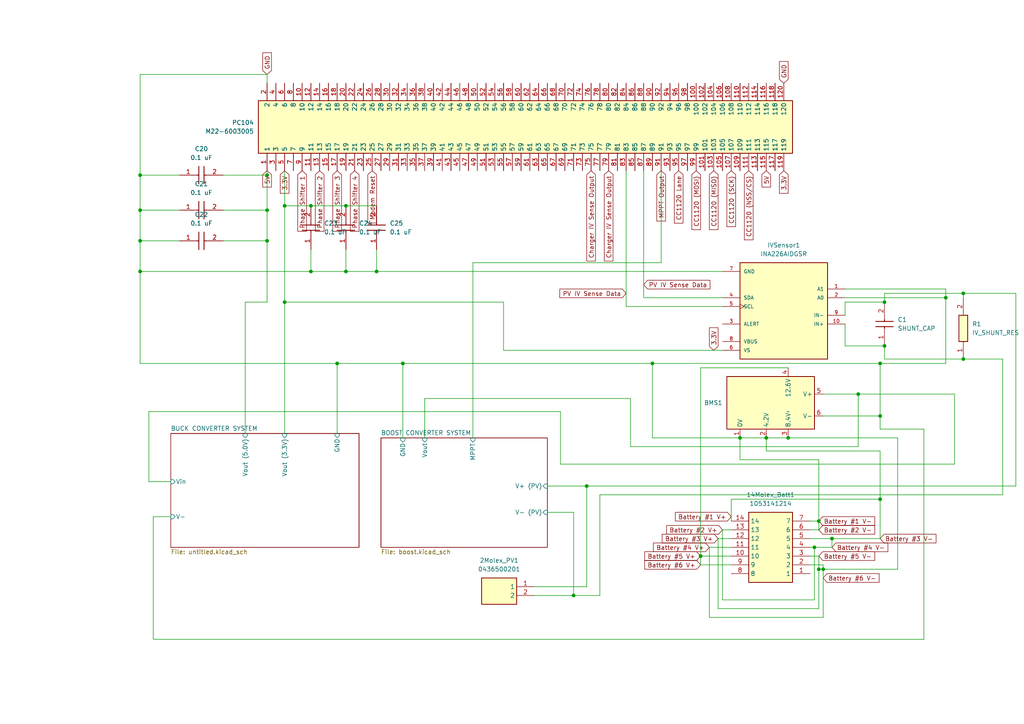
<source format=kicad_sch>
(kicad_sch (version 20230121) (generator eeschema)
  (paper "A4")
  (lib_symbols
    (symbol "pow_sys:0.1 uF" (pin_names hide)
      (property "Reference" "C" (at 8.89 6.35 0))
      (property "Value" "0.1 uF" (at 8.89 3.81 0))
      (symbol "0.1 uF_1_1"
        (polyline (pts (xy 5.08 0) (xy 5.588 0)) (stroke (width 0.254)))
        (polyline (pts (xy 5.588 2.54) (xy 5.588 -2.54)) (stroke (width 0.254)))
        (polyline (pts (xy 7.112 0) (xy 7.62 0)) (stroke (width 0.254)))
        (polyline (pts (xy 7.112 2.54) (xy 7.112 -2.54)) (stroke (width 0.254)))
        (pin passive line (at 0 0 0) (length 5.08) (name "1") (number "1"))
        (pin passive line (at 12.7 0 180) (length 5.08) (name "2") (number "2"))
      )
    )
    (symbol "pow_sys:0436500201"
      (property "Reference" "J" (at 16.51 7.62 0))
      (property "Value" "0436500201" (at 16.51 5.08 0))
      (symbol "0436500201_1_1"
        (rectangle (start 5.08 2.54) (end 15.24 -5.08) (stroke (width 0.254)) (fill (type background)))
        (pin passive line (at 0 -2.54 0) (length 5.08) (name "1") (number "1"))
        (pin passive line (at 0 0 0) (length 5.08) (name "2") (number "2"))
      )
    )
    (symbol "pow_sys:1053141214"
      (property "Reference" "J" (at 19.05 7.62 0))
      (property "Value" "1053141214" (at 19.05 5.08 0))
      (symbol "1053141214_1_1"
        (rectangle (start 5.08 2.54) (end 17.78 -17.78) (stroke (width 0.254)) (fill (type background)))
        (pin passive line (at 22.86 -15.24 180) (length 5.08) (name "1") (number "1"))
        (pin passive line (at 0 -10.16 0) (length 5.08) (name "10") (number "10"))
        (pin passive line (at 0 -7.62 0) (length 5.08) (name "11") (number "11"))
        (pin passive line (at 0 -5.08 0) (length 5.08) (name "12") (number "12"))
        (pin passive line (at 0 -2.54 0) (length 5.08) (name "13") (number "13"))
        (pin passive line (at 0 0 0) (length 5.08) (name "14") (number "14"))
        (pin passive line (at 22.86 -12.7 180) (length 5.08) (name "2") (number "2"))
        (pin passive line (at 22.86 -10.16 180) (length 5.08) (name "3") (number "3"))
        (pin passive line (at 22.86 -7.62 180) (length 5.08) (name "4") (number "4"))
        (pin passive line (at 22.86 -5.08 180) (length 5.08) (name "5") (number "5"))
        (pin passive line (at 22.86 -2.54 180) (length 5.08) (name "6") (number "6"))
        (pin passive line (at 22.86 0 180) (length 5.08) (name "7") (number "7"))
        (pin passive line (at 0 -15.24 0) (length 5.08) (name "8") (number "8"))
        (pin passive line (at 0 -12.7 0) (length 5.08) (name "9") (number "9"))
      )
    )
    (symbol "pow_sys:BMS"
      (property "Reference" "BMS" (at 0 1.27 0))
      (symbol "BMS_1_1"
        (rectangle (start -12.7 8.89) (end 12.7 -6.35) (stroke (width 0.254)) (fill (type background)))
        (pin power_in line (at -8.89 -8.89 90) (length 2.54) (name "0V") (number "1"))
        (pin power_in line (at -1.27 -8.89 90) (length 2.54) (name "4.2V") (number "2"))
        (pin power_in line (at 5.08 -8.89 90) (length 2.54) (name "8.4V") (number "3"))
        (pin power_in line (at 5.08 11.43 270) (length 2.54) (name "12.6V") (number "4"))
        (pin power_out line (at 15.24 3.81 180) (length 2.54) (name "V+") (number "5"))
        (pin power_out line (at 15.24 -2.54 180) (length 2.54) (name "V-") (number "6"))
      )
    )
    (symbol "pow_sys:INA226AIDGSR" (pin_names (offset 1.016))
      (property "Reference" "U" (at -12.7 16.002 0))
      (property "Value" "INA226AIDGSR" (at -12.7 -15.24 0))
      (property "Footprint" "Library:SOP50P490X110-10N" (at 0 0 0))
      (symbol "INA226AIDGSR_0_0"
        (rectangle (start -12.7 15.24) (end 12.7 -12.7) (stroke (width 0.254)) (fill (type background)))
        (pin input line (at -17.78 -5.08 0) (length 5.08) (name "A1") (number "1"))
        (pin input line (at -17.78 5.08 0) (length 5.08) (name "IN+") (number "10"))
        (pin input line (at -17.78 -2.54 0) (length 5.08) (name "A0") (number "2"))
        (pin output line (at 17.78 5.08 180) (length 5.08) (name "ALERT") (number "3"))
        (pin bidirectional line (at 17.78 -2.54 180) (length 5.08) (name "SDA") (number "4"))
        (pin input clock (at 17.78 0 180) (length 5.08) (name "SCL") (number "5"))
        (pin power_in line (at 17.78 12.7 180) (length 5.08) (name "VS") (number "6"))
        (pin power_in line (at 17.78 -10.16 180) (length 5.08) (name "GND") (number "7"))
        (pin power_in line (at 17.78 10.16 180) (length 5.08) (name "VBUS") (number "8"))
        (pin input line (at -17.78 2.54 0) (length 5.08) (name "IN-") (number "9"))
      )
    )
    (symbol "pow_sys:IV_SHUNT_RES" (pin_names hide)
      (property "Reference" "R" (at 13.97 6.35 0))
      (property "Value" "IV_SHUNT_RES" (at 13.97 3.81 0))
      (symbol "IV_SHUNT_RES_1_1"
        (rectangle (start 5.08 1.27) (end 12.7 -1.27) (stroke (width 0.254)) (fill (type background)))
        (pin passive line (at 0 0 0) (length 5.08) (name "1") (number "1"))
        (pin passive line (at 17.78 0 180) (length 5.08) (name "2") (number "2"))
      )
    )
    (symbol "pow_sys:M22-6003005"
      (property "Reference" "J" (at 21.59 7.62 0))
      (property "Value" "M22-6003005" (at 21.59 5.08 0))
      (symbol "M22-6003005_1_1"
        (rectangle (start 5.08 2.54) (end 20.32 -152.4) (stroke (width 0.254)) (fill (type background)))
        (pin passive line (at 0 0 0) (length 5.08) (name "1") (number "1"))
        (pin passive line (at 25.4 -10.16 180) (length 5.08) (name "10") (number "10"))
        (pin passive line (at 25.4 -124.46 180) (length 5.08) (name "100") (number "100"))
        (pin passive line (at 0 -127 0) (length 5.08) (name "101") (number "101"))
        (pin passive line (at 25.4 -127 180) (length 5.08) (name "102") (number "102"))
        (pin passive line (at 0 -129.54 0) (length 5.08) (name "103") (number "103"))
        (pin passive line (at 25.4 -129.54 180) (length 5.08) (name "104") (number "104"))
        (pin passive line (at 0 -132.08 0) (length 5.08) (name "105") (number "105"))
        (pin passive line (at 25.4 -132.08 180) (length 5.08) (name "106") (number "106"))
        (pin passive line (at 0 -134.62 0) (length 5.08) (name "107") (number "107"))
        (pin passive line (at 25.4 -134.62 180) (length 5.08) (name "108") (number "108"))
        (pin passive line (at 0 -137.16 0) (length 5.08) (name "109") (number "109"))
        (pin passive line (at 0 -12.7 0) (length 5.08) (name "11") (number "11"))
        (pin passive line (at 25.4 -137.16 180) (length 5.08) (name "110") (number "110"))
        (pin passive line (at 0 -139.7 0) (length 5.08) (name "111") (number "111"))
        (pin passive line (at 25.4 -139.7 180) (length 5.08) (name "112") (number "112"))
        (pin passive line (at 0 -142.24 0) (length 5.08) (name "113") (number "113"))
        (pin passive line (at 25.4 -142.24 180) (length 5.08) (name "114") (number "114"))
        (pin passive line (at 0 -144.78 0) (length 5.08) (name "115") (number "115"))
        (pin passive line (at 25.4 -144.78 180) (length 5.08) (name "116") (number "116"))
        (pin passive line (at 0 -147.32 0) (length 5.08) (name "117") (number "117"))
        (pin passive line (at 25.4 -147.32 180) (length 5.08) (name "118") (number "118"))
        (pin passive line (at 0 -149.86 0) (length 5.08) (name "119") (number "119"))
        (pin passive line (at 25.4 -12.7 180) (length 5.08) (name "12") (number "12"))
        (pin passive line (at 25.4 -149.86 180) (length 5.08) (name "120") (number "120"))
        (pin passive line (at 0 -15.24 0) (length 5.08) (name "13") (number "13"))
        (pin passive line (at 25.4 -15.24 180) (length 5.08) (name "14") (number "14"))
        (pin passive line (at 0 -17.78 0) (length 5.08) (name "15") (number "15"))
        (pin passive line (at 25.4 -17.78 180) (length 5.08) (name "16") (number "16"))
        (pin passive line (at 0 -20.32 0) (length 5.08) (name "17") (number "17"))
        (pin passive line (at 25.4 -20.32 180) (length 5.08) (name "18") (number "18"))
        (pin passive line (at 0 -22.86 0) (length 5.08) (name "19") (number "19"))
        (pin passive line (at 25.4 0 180) (length 5.08) (name "2") (number "2"))
        (pin passive line (at 25.4 -22.86 180) (length 5.08) (name "20") (number "20"))
        (pin passive line (at 0 -25.4 0) (length 5.08) (name "21") (number "21"))
        (pin passive line (at 25.4 -25.4 180) (length 5.08) (name "22") (number "22"))
        (pin passive line (at 0 -27.94 0) (length 5.08) (name "23") (number "23"))
        (pin passive line (at 25.4 -27.94 180) (length 5.08) (name "24") (number "24"))
        (pin passive line (at 0 -30.48 0) (length 5.08) (name "25") (number "25"))
        (pin passive line (at 25.4 -30.48 180) (length 5.08) (name "26") (number "26"))
        (pin passive line (at 0 -33.02 0) (length 5.08) (name "27") (number "27"))
        (pin passive line (at 25.4 -33.02 180) (length 5.08) (name "28") (number "28"))
        (pin passive line (at 0 -35.56 0) (length 5.08) (name "29") (number "29"))
        (pin passive line (at 0 -2.54 0) (length 5.08) (name "3") (number "3"))
        (pin passive line (at 25.4 -35.56 180) (length 5.08) (name "30") (number "30"))
        (pin passive line (at 0 -38.1 0) (length 5.08) (name "31") (number "31"))
        (pin passive line (at 25.4 -38.1 180) (length 5.08) (name "32") (number "32"))
        (pin passive line (at 0 -40.64 0) (length 5.08) (name "33") (number "33"))
        (pin passive line (at 25.4 -40.64 180) (length 5.08) (name "34") (number "34"))
        (pin passive line (at 0 -43.18 0) (length 5.08) (name "35") (number "35"))
        (pin passive line (at 25.4 -43.18 180) (length 5.08) (name "36") (number "36"))
        (pin passive line (at 0 -45.72 0) (length 5.08) (name "37") (number "37"))
        (pin passive line (at 25.4 -45.72 180) (length 5.08) (name "38") (number "38"))
        (pin passive line (at 0 -48.26 0) (length 5.08) (name "39") (number "39"))
        (pin passive line (at 25.4 -2.54 180) (length 5.08) (name "4") (number "4"))
        (pin passive line (at 25.4 -48.26 180) (length 5.08) (name "40") (number "40"))
        (pin passive line (at 0 -50.8 0) (length 5.08) (name "41") (number "41"))
        (pin passive line (at 25.4 -50.8 180) (length 5.08) (name "42") (number "42"))
        (pin passive line (at 0 -53.34 0) (length 5.08) (name "43") (number "43"))
        (pin passive line (at 25.4 -53.34 180) (length 5.08) (name "44") (number "44"))
        (pin passive line (at 0 -55.88 0) (length 5.08) (name "45") (number "45"))
        (pin passive line (at 25.4 -55.88 180) (length 5.08) (name "46") (number "46"))
        (pin passive line (at 0 -58.42 0) (length 5.08) (name "47") (number "47"))
        (pin passive line (at 25.4 -58.42 180) (length 5.08) (name "48") (number "48"))
        (pin passive line (at 0 -60.96 0) (length 5.08) (name "49") (number "49"))
        (pin passive line (at 0 -5.08 0) (length 5.08) (name "5") (number "5"))
        (pin passive line (at 25.4 -60.96 180) (length 5.08) (name "50") (number "50"))
        (pin passive line (at 0 -63.5 0) (length 5.08) (name "51") (number "51"))
        (pin passive line (at 25.4 -63.5 180) (length 5.08) (name "52") (number "52"))
        (pin passive line (at 0 -66.04 0) (length 5.08) (name "53") (number "53"))
        (pin passive line (at 25.4 -66.04 180) (length 5.08) (name "54") (number "54"))
        (pin passive line (at 0 -68.58 0) (length 5.08) (name "55") (number "55"))
        (pin passive line (at 25.4 -68.58 180) (length 5.08) (name "56") (number "56"))
        (pin passive line (at 0 -71.12 0) (length 5.08) (name "57") (number "57"))
        (pin passive line (at 25.4 -71.12 180) (length 5.08) (name "58") (number "58"))
        (pin passive line (at 0 -73.66 0) (length 5.08) (name "59") (number "59"))
        (pin passive line (at 25.4 -5.08 180) (length 5.08) (name "6") (number "6"))
        (pin passive line (at 25.4 -73.66 180) (length 5.08) (name "60") (number "60"))
        (pin passive line (at 0 -76.2 0) (length 5.08) (name "61") (number "61"))
        (pin passive line (at 25.4 -76.2 180) (length 5.08) (name "62") (number "62"))
        (pin passive line (at 0 -78.74 0) (length 5.08) (name "63") (number "63"))
        (pin passive line (at 25.4 -78.74 180) (length 5.08) (name "64") (number "64"))
        (pin passive line (at 0 -81.28 0) (length 5.08) (name "65") (number "65"))
        (pin passive line (at 25.4 -81.28 180) (length 5.08) (name "66") (number "66"))
        (pin passive line (at 0 -83.82 0) (length 5.08) (name "67") (number "67"))
        (pin passive line (at 25.4 -83.82 180) (length 5.08) (name "68") (number "68"))
        (pin passive line (at 0 -86.36 0) (length 5.08) (name "69") (number "69"))
        (pin passive line (at 0 -7.62 0) (length 5.08) (name "7") (number "7"))
        (pin passive line (at 25.4 -86.36 180) (length 5.08) (name "70") (number "70"))
        (pin passive line (at 0 -88.9 0) (length 5.08) (name "71") (number "71"))
        (pin passive line (at 25.4 -88.9 180) (length 5.08) (name "72") (number "72"))
        (pin passive line (at 0 -91.44 0) (length 5.08) (name "73") (number "73"))
        (pin passive line (at 25.4 -91.44 180) (length 5.08) (name "74") (number "74"))
        (pin passive line (at 0 -93.98 0) (length 5.08) (name "75") (number "75"))
        (pin passive line (at 25.4 -93.98 180) (length 5.08) (name "76") (number "76"))
        (pin passive line (at 0 -96.52 0) (length 5.08) (name "77") (number "77"))
        (pin passive line (at 25.4 -96.52 180) (length 5.08) (name "78") (number "78"))
        (pin passive line (at 0 -99.06 0) (length 5.08) (name "79") (number "79"))
        (pin passive line (at 25.4 -7.62 180) (length 5.08) (name "8") (number "8"))
        (pin passive line (at 25.4 -99.06 180) (length 5.08) (name "80") (number "80"))
        (pin passive line (at 0 -101.6 0) (length 5.08) (name "81") (number "81"))
        (pin passive line (at 25.4 -101.6 180) (length 5.08) (name "82") (number "82"))
        (pin passive line (at 0 -104.14 0) (length 5.08) (name "83") (number "83"))
        (pin passive line (at 25.4 -104.14 180) (length 5.08) (name "84") (number "84"))
        (pin passive line (at 0 -106.68 0) (length 5.08) (name "85") (number "85"))
        (pin passive line (at 25.4 -106.68 180) (length 5.08) (name "86") (number "86"))
        (pin passive line (at 0 -109.22 0) (length 5.08) (name "87") (number "87"))
        (pin passive line (at 25.4 -109.22 180) (length 5.08) (name "88") (number "88"))
        (pin passive line (at 0 -111.76 0) (length 5.08) (name "89") (number "89"))
        (pin passive line (at 0 -10.16 0) (length 5.08) (name "9") (number "9"))
        (pin passive line (at 25.4 -111.76 180) (length 5.08) (name "90") (number "90"))
        (pin passive line (at 0 -114.3 0) (length 5.08) (name "91") (number "91"))
        (pin passive line (at 25.4 -114.3 180) (length 5.08) (name "92") (number "92"))
        (pin passive line (at 0 -116.84 0) (length 5.08) (name "93") (number "93"))
        (pin passive line (at 25.4 -116.84 180) (length 5.08) (name "94") (number "94"))
        (pin passive line (at 0 -119.38 0) (length 5.08) (name "95") (number "95"))
        (pin passive line (at 25.4 -119.38 180) (length 5.08) (name "96") (number "96"))
        (pin passive line (at 0 -121.92 0) (length 5.08) (name "97") (number "97"))
        (pin passive line (at 25.4 -121.92 180) (length 5.08) (name "98") (number "98"))
        (pin passive line (at 0 -124.46 0) (length 5.08) (name "99") (number "99"))
      )
    )
    (symbol "pow_sys:SHUNT_CAP" (pin_names hide)
      (property "Reference" "C" (at 8.89 6.35 0))
      (property "Value" "SHUNT_CAP" (at 8.89 3.81 0))
      (symbol "SHUNT_CAP_1_1"
        (polyline (pts (xy 5.08 0) (xy 5.588 0)) (stroke (width 0.254)))
        (polyline (pts (xy 5.588 2.54) (xy 5.588 -2.54)) (stroke (width 0.254)))
        (polyline (pts (xy 7.112 0) (xy 7.62 0)) (stroke (width 0.254)))
        (polyline (pts (xy 7.112 2.54) (xy 7.112 -2.54)) (stroke (width 0.254)))
        (pin passive line (at 0 0 0) (length 5.08) (name "1") (number "1"))
        (pin passive line (at 12.7 0 180) (length 5.08) (name "2") (number "2"))
      )
    )
  )
  (junction (at 40.64 69.85))
  (junction (at 255.27 120.65))
  (junction (at 248.92 114.3))
  (junction (at 170.18 140.97))
  (junction (at 214.63 127))
  (junction (at 100.33 78.74))
  (junction (at 166.37 172.72))
  (junction (at 77.47 50.8))
  (junction (at 109.22 78.74))
  (junction (at 255.27 105.41))
  (junction (at 90.17 78.74))
  (junction (at 116.84 105.41))
  (junction (at 82.55 59.69))
  (junction (at 256.54 87.63))
  (junction (at 279.4 85.09))
  (junction (at 97.79 105.41))
  (junction (at 82.55 87.63))
  (junction (at 40.64 60.96))
  (junction (at 40.64 78.74))
  (junction (at 90.17 59.69))
  (junction (at 40.64 50.8))
  (junction (at 228.6 127))
  (junction (at 238.76 165.1))
  (junction (at 279.4 104.14))
  (junction (at 236.22 158.75))
  (junction (at 256.54 100.33))
  (junction (at 77.47 69.85))
  (junction (at 222.25 127))
  (junction (at 241.3 156.21))
  (junction (at 255.27 144.78))
  (junction (at 274.32 86.36))
  (junction (at 237.49 151.13))
  (junction (at 237.49 165.1))
  (junction (at 203.2 161.29))
  (junction (at 100.33 59.69))
  (junction (at 189.23 105.41))
  (junction (at 77.47 60.96))
  (wire (pts (xy 255.27 144.78) (xy 255.27 156.21)))
  (wire (pts (xy 209.55 153.67) (xy 212.09 153.67)))
  (wire (pts (xy 267.97 124.46) (xy 267.97 185.42)))
  (wire (pts (xy 212.09 144.78) (xy 212.09 151.13)))
  (wire (pts (xy 255.27 124.46) (xy 267.97 124.46)))
  (wire (pts (xy 44.45 185.42) (xy 44.45 149.86)))
  (wire (pts (xy 237.49 133.35) (xy 237.49 151.13)))
  (wire (pts (xy 274.32 83.82) (xy 274.32 86.36)))
  (wire (pts (xy 248.92 114.3) (xy 276.86 114.3)))
  (wire (pts (xy 64.77 60.96) (xy 77.47 60.96)))
  (wire (pts (xy 245.11 87.63) (xy 245.11 91.44)))
  (wire (pts (xy 236.22 158.75) (xy 234.95 158.75)))
  (wire (pts (xy 71.12 87.63) (xy 77.47 87.63)))
  (wire (pts (xy 77.47 50.8) (xy 77.47 49.53)))
  (wire (pts (xy 256.54 104.14) (xy 256.54 100.33)))
  (wire (pts (xy 77.47 24.13) (xy 77.47 21.59)))
  (wire (pts (xy 222.25 130.81) (xy 222.25 127)))
  (wire (pts (xy 40.64 60.96) (xy 40.64 69.85)))
  (wire (pts (xy 40.64 60.96) (xy 52.07 60.96)))
  (wire (pts (xy 279.4 104.14) (xy 290.83 104.14)))
  (wire (pts (xy 290.83 143.51) (xy 173.99 143.51)))
  (wire (pts (xy 40.64 21.59) (xy 40.64 50.8)))
  (wire (pts (xy 186.69 86.36) (xy 186.69 49.53)))
  (wire (pts (xy 189.23 105.41) (xy 255.27 105.41)))
  (wire (pts (xy 255.27 144.78) (xy 255.27 130.81)))
  (wire (pts (xy 170.18 140.97) (xy 294.64 140.97)))
  (wire (pts (xy 237.49 165.1) (xy 238.76 165.1)))
  (wire (pts (xy 203.2 163.83) (xy 212.09 163.83)))
  (wire (pts (xy 241.3 156.21) (xy 255.27 156.21)))
  (wire (pts (xy 116.84 105.41) (xy 189.23 105.41)))
  (wire (pts (xy 64.77 50.8) (xy 77.47 50.8)))
  (wire (pts (xy 279.4 86.36) (xy 279.4 85.09)))
  (wire (pts (xy 182.88 129.54) (xy 248.92 129.54)))
  (wire (pts (xy 40.64 78.74) (xy 90.17 78.74)))
  (wire (pts (xy 181.61 88.9) (xy 181.61 49.53)))
  (wire (pts (xy 245.11 83.82) (xy 274.32 83.82)))
  (wire (pts (xy 238.76 163.83) (xy 238.76 165.1)))
  (wire (pts (xy 154.94 170.18) (xy 170.18 170.18)))
  (wire (pts (xy 44.45 149.86) (xy 49.53 149.86)))
  (wire (pts (xy 116.84 105.41) (xy 116.84 127)))
  (wire (pts (xy 40.64 105.41) (xy 40.64 78.74)))
  (wire (pts (xy 260.35 165.1) (xy 260.35 127)))
  (wire (pts (xy 182.88 115.57) (xy 182.88 129.54)))
  (wire (pts (xy 279.4 85.09) (xy 256.54 85.09)))
  (wire (pts (xy 228.6 127) (xy 260.35 127)))
  (wire (pts (xy 267.97 185.42) (xy 44.45 185.42)))
  (wire (pts (xy 82.55 59.69) (xy 90.17 59.69)))
  (wire (pts (xy 77.47 21.59) (xy 40.64 21.59)))
  (wire (pts (xy 234.95 153.67) (xy 237.49 153.67)))
  (wire (pts (xy 234.95 151.13) (xy 237.49 151.13)))
  (wire (pts (xy 123.19 127) (xy 123.19 115.57)))
  (wire (pts (xy 248.92 129.54) (xy 248.92 114.3)))
  (wire (pts (xy 245.11 93.98) (xy 245.11 100.33)))
  (wire (pts (xy 90.17 78.74) (xy 100.33 78.74)))
  (wire (pts (xy 64.77 69.85) (xy 77.47 69.85)))
  (wire (pts (xy 158.75 148.59) (xy 166.37 148.59)))
  (wire (pts (xy 109.22 72.39) (xy 109.22 78.74)))
  (wire (pts (xy 166.37 148.59) (xy 166.37 172.72)))
  (wire (pts (xy 137.16 127) (xy 137.16 76.2)))
  (wire (pts (xy 290.83 104.14) (xy 290.83 143.51)))
  (wire (pts (xy 274.32 86.36) (xy 274.32 105.41)))
  (wire (pts (xy 276.86 114.3) (xy 276.86 134.62)))
  (wire (pts (xy 90.17 72.39) (xy 90.17 78.74)))
  (wire (pts (xy 238.76 120.65) (xy 255.27 120.65)))
  (wire (pts (xy 43.18 119.38) (xy 43.18 139.7)))
  (wire (pts (xy 173.99 172.72) (xy 166.37 172.72)))
  (wire (pts (xy 237.49 133.35) (xy 214.63 133.35)))
  (wire (pts (xy 162.56 134.62) (xy 162.56 119.38)))
  (wire (pts (xy 209.55 88.9) (xy 181.61 88.9)))
  (wire (pts (xy 123.19 115.57) (xy 182.88 115.57)))
  (wire (pts (xy 209.55 173.99) (xy 236.22 173.99)))
  (wire (pts (xy 255.27 130.81) (xy 222.25 130.81)))
  (wire (pts (xy 146.05 101.6) (xy 146.05 87.63)))
  (wire (pts (xy 203.2 161.29) (xy 203.2 106.68)))
  (wire (pts (xy 255.27 105.41) (xy 274.32 105.41)))
  (wire (pts (xy 71.12 125.73) (xy 71.12 87.63)))
  (wire (pts (xy 238.76 163.83) (xy 234.95 163.83)))
  (wire (pts (xy 241.3 158.75) (xy 236.22 158.75)))
  (wire (pts (xy 191.77 76.2) (xy 191.77 49.53)))
  (wire (pts (xy 238.76 165.1) (xy 260.35 165.1)))
  (wire (pts (xy 173.99 143.51) (xy 173.99 172.72)))
  (wire (pts (xy 237.49 165.1) (xy 237.49 176.53)))
  (wire (pts (xy 236.22 158.75) (xy 236.22 173.99)))
  (wire (pts (xy 255.27 144.78) (xy 212.09 144.78)))
  (wire (pts (xy 294.64 140.97) (xy 294.64 85.09)))
  (wire (pts (xy 100.33 78.74) (xy 109.22 78.74)))
  (wire (pts (xy 294.64 85.09) (xy 279.4 85.09)))
  (wire (pts (xy 245.11 87.63) (xy 256.54 87.63)))
  (wire (pts (xy 100.33 59.69) (xy 109.22 59.69)))
  (wire (pts (xy 255.27 120.65) (xy 255.27 124.46)))
  (wire (pts (xy 203.2 161.29) (xy 203.2 163.83)))
  (wire (pts (xy 209.55 153.67) (xy 209.55 173.99)))
  (wire (pts (xy 40.64 50.8) (xy 52.07 50.8)))
  (wire (pts (xy 245.11 100.33) (xy 256.54 100.33)))
  (wire (pts (xy 212.09 156.21) (xy 208.28 156.21)))
  (wire (pts (xy 82.55 87.63) (xy 82.55 59.69)))
  (wire (pts (xy 214.63 133.35) (xy 214.63 127)))
  (wire (pts (xy 205.74 179.07) (xy 238.76 179.07)))
  (wire (pts (xy 248.92 114.3) (xy 238.76 114.3)))
  (wire (pts (xy 279.4 104.14) (xy 256.54 104.14)))
  (wire (pts (xy 212.09 158.75) (xy 205.74 158.75)))
  (wire (pts (xy 77.47 60.96) (xy 77.47 50.8)))
  (wire (pts (xy 166.37 172.72) (xy 154.94 172.72)))
  (wire (pts (xy 109.22 78.74) (xy 209.55 78.74)))
  (wire (pts (xy 238.76 165.1) (xy 238.76 179.07)))
  (wire (pts (xy 146.05 101.6) (xy 209.55 101.6)))
  (wire (pts (xy 82.55 59.69) (xy 82.55 49.53)))
  (wire (pts (xy 255.27 120.65) (xy 255.27 105.41)))
  (wire (pts (xy 97.79 105.41) (xy 40.64 105.41)))
  (wire (pts (xy 203.2 106.68) (xy 228.6 106.68)))
  (wire (pts (xy 100.33 72.39) (xy 100.33 78.74)))
  (wire (pts (xy 40.64 69.85) (xy 40.64 78.74)))
  (wire (pts (xy 237.49 153.67) (xy 237.49 151.13)))
  (wire (pts (xy 203.2 161.29) (xy 212.09 161.29)))
  (wire (pts (xy 77.47 87.63) (xy 77.47 69.85)))
  (wire (pts (xy 256.54 85.09) (xy 256.54 87.63)))
  (wire (pts (xy 189.23 127) (xy 189.23 105.41)))
  (wire (pts (xy 209.55 86.36) (xy 186.69 86.36)))
  (wire (pts (xy 43.18 139.7) (xy 49.53 139.7)))
  (wire (pts (xy 97.79 105.41) (xy 116.84 105.41)))
  (wire (pts (xy 237.49 161.29) (xy 237.49 165.1)))
  (wire (pts (xy 234.95 156.21) (xy 241.3 156.21)))
  (wire (pts (xy 241.3 156.21) (xy 241.3 158.75)))
  (wire (pts (xy 237.49 161.29) (xy 234.95 161.29)))
  (wire (pts (xy 146.05 87.63) (xy 82.55 87.63)))
  (wire (pts (xy 97.79 105.41) (xy 97.79 125.73)))
  (wire (pts (xy 40.64 50.8) (xy 40.64 60.96)))
  (wire (pts (xy 205.74 158.75) (xy 205.74 179.07)))
  (wire (pts (xy 137.16 76.2) (xy 191.77 76.2)))
  (wire (pts (xy 208.28 176.53) (xy 237.49 176.53)))
  (wire (pts (xy 170.18 140.97) (xy 158.75 140.97)))
  (wire (pts (xy 52.07 69.85) (xy 40.64 69.85)))
  (wire (pts (xy 214.63 127) (xy 189.23 127)))
  (wire (pts (xy 170.18 170.18) (xy 170.18 140.97)))
  (wire (pts (xy 208.28 156.21) (xy 208.28 176.53)))
  (wire (pts (xy 276.86 134.62) (xy 162.56 134.62)))
  (wire (pts (xy 77.47 69.85) (xy 77.47 60.96)))
  (wire (pts (xy 90.17 59.69) (xy 100.33 59.69)))
  (wire (pts (xy 222.25 127) (xy 214.63 127)))
  (wire (pts (xy 245.11 86.36) (xy 274.32 86.36)))
  (wire (pts (xy 162.56 119.38) (xy 43.18 119.38)))
  (wire (pts (xy 82.55 87.63) (xy 82.55 125.73)))
  (wire (pts (xy 228.6 127) (xy 222.25 127)))
  (global_label "Battery #4 V+" (shape input) (at 205.74 158.75 180) (property "Intersheetrefs" "${INTERSHEET_REFS}" (effects hide)))
  (global_label "Battery #6 V-" (shape input) (at 238.76 167.64 0) (property "Intersheetrefs" "${INTERSHEET_REFS}" (effects hide)))
  (global_label "3.3V" (shape input) (at 227.33 49.53 270) (property "Intersheetrefs" "${INTERSHEET_REFS}" (effects hide)))
  (global_label "Battery #5 V+" (shape input) (at 203.2 161.29 180) (property "Intersheetrefs" "${INTERSHEET_REFS}" (effects hide)))
  (global_label "5V" (shape input) (at 222.25 49.53 270) (property "Intersheetrefs" "${INTERSHEET_REFS}" (effects hide)))
  (global_label "Battery #1 V-" (shape input) (at 237.49 151.13 0) (property "Intersheetrefs" "${INTERSHEET_REFS}" (effects hide)))
  (global_label "CC1120 (SCK)" (shape input) (at 212.09 49.53 270) (property "Intersheetrefs" "${INTERSHEET_REFS}" (effects hide)))
  (global_label "GND" (shape input) (at 227.33 24.13 90) (property "Intersheetrefs" "${INTERSHEET_REFS}" (effects hide)))
  (global_label "GND" (shape input) (at 77.47 21.59 90) (property "Intersheetrefs" "${INTERSHEET_REFS}" (effects hide)))
  (global_label "Battery #2 V-" (shape input) (at 237.49 153.67 0) (property "Intersheetrefs" "${INTERSHEET_REFS}" (effects hide)))
  (global_label "3.3V" (shape input) (at 82.55 49.53 270) (property "Intersheetrefs" "${INTERSHEET_REFS}" (effects hide)))
  (global_label "Battery #2 V+" (shape input) (at 209.55 153.67 180) (property "Intersheetrefs" "${INTERSHEET_REFS}" (effects hide)))
  (global_label "Phase Shifter 3" (shape input) (at 97.79 49.53 270) (property "Intersheetrefs" "${INTERSHEET_REFS}" (effects hide)))
  (global_label "Charger IV Sense Output" (shape input) (at 171.45 49.53 270) (property "Intersheetrefs" "${INTERSHEET_REFS}" (effects hide)))
  (global_label "Battery #5 V-" (shape input) (at 237.49 161.29 0) (property "Intersheetrefs" "${INTERSHEET_REFS}" (effects hide)))
  (global_label "PV IV Sense Data" (shape input) (at 186.69 82.55 0) (property "Intersheetrefs" "${INTERSHEET_REFS}" (effects hide)))
  (global_label "Charger IV Sense Output" (shape input) (at 176.53 49.53 270) (property "Intersheetrefs" "${INTERSHEET_REFS}" (effects hide)))
  (global_label "CC1120 Lane" (shape input) (at 196.85 49.53 270) (property "Intersheetrefs" "${INTERSHEET_REFS}" (effects hide)))
  (global_label "CC1120 (NSS{slash}CS)" (shape input) (at 217.17 49.53 270) (property "Intersheetrefs" "${INTERSHEET_REFS}" (effects hide)))
  (global_label "CC1120 (MISO)" (shape input) (at 207.01 49.53 270) (property "Intersheetrefs" "${INTERSHEET_REFS}" (effects hide)))
  (global_label "CC1120 (MOSI)" (shape input) (at 201.93 49.53 270) (property "Intersheetrefs" "${INTERSHEET_REFS}" (effects hide)))
  (global_label "Phase Shifter 2" (shape input) (at 92.71 49.53 270) (property "Intersheetrefs" "${INTERSHEET_REFS}" (effects hide)))
  (global_label "Modem Reset" (shape input) (at 107.95 49.53 270) (property "Intersheetrefs" "${INTERSHEET_REFS}" (effects hide)))
  (global_label "Battery #1 V+" (shape input) (at 212.09 149.86 180) (property "Intersheetrefs" "${INTERSHEET_REFS}" (effects hide)))
  (global_label "Battery #6 V+" (shape input) (at 203.2 163.83 180) (property "Intersheetrefs" "${INTERSHEET_REFS}" (effects hide)))
  (global_label "Battery #3 V-" (shape input) (at 255.27 156.21 0) (property "Intersheetrefs" "${INTERSHEET_REFS}" (effects hide)))
  (global_label "Phase Shifter 1" (shape input) (at 87.63 49.53 270) (property "Intersheetrefs" "${INTERSHEET_REFS}" (effects hide)))
  (global_label "Battery #4 V-" (shape input) (at 241.3 158.75 0) (property "Intersheetrefs" "${INTERSHEET_REFS}" (effects hide)))
  (global_label "Battery #3 V+" (shape input) (at 208.28 156.21 180) (property "Intersheetrefs" "${INTERSHEET_REFS}" (effects hide)))
  (global_label "PV IV Sense Data" (shape input) (at 181.61 85.09 180) (property "Intersheetrefs" "${INTERSHEET_REFS}" (effects hide)))
  (global_label "3.3V" (shape input) (at 207.01 101.6 90) (property "Intersheetrefs" "${INTERSHEET_REFS}" (effects hide)))
  (global_label "Phase Shifter 4" (shape input) (at 102.87 49.53 270) (property "Intersheetrefs" "${INTERSHEET_REFS}" (effects hide)))
  (global_label "MPPT Output" (shape input) (at 191.77 49.53 270) (property "Intersheetrefs" "${INTERSHEET_REFS}" (effects hide)))
  (global_label "5V" (shape input) (at 77.47 49.53 270) (property "Intersheetrefs" "${INTERSHEET_REFS}" (effects hide)))
  (symbol (lib_id "pow_sys:0.1 uF") (at 100.33 72.39 90) (unit 1)
    (property "Reference" "C24" (at 104.14 64.77 90) (effects (justify right)))
    (property "Value" "0.1 uF" (at 104.14 67.31 90) (effects (justify right)))
    (property "Footprint" "pow_sys_footprint:0.1 uF" (effects hide))
    (property "Datasheet" "https://connect.kemet.com:7667/gateway/IntelliData-ComponentDocumentation/1.0/download/specsheet/C0603C104K1RACAUTO" (effects hide))
    (property "Height" "0.95" (effects hide))
    (property "Manufacturer_Name" "KEMET" (effects hide))
    (property "Manufacturer_Part_Number" "C0603C104K1RACAUTO" (effects hide))
    (property "Mouser Part Number" "80-C0603C104K1RAUTO" (effects hide))
    (property "Mouser Price/Stock" "https://www.mouser.co.uk/ProductDetail/KEMET/C0603C104K1RACAUTO?qs=3Rah4i%252BhyCGTQ5uPNXtfZA%3D%3D" (effects hide))
    (property "Arrow Part Number" "C0603C104K1RACAUTO" (effects hide))
    (property "Arrow Price/Stock" "https://www.arrow.com/en/products/c0603c104k1racauto/kemet-corporation?region=europe" (effects hide))
  )
  (symbol (lib_id "pow_sys:0.1 uF") (at 52.07 60.96 0) (unit 1)
    (property "Reference" "C21" (at 58.42 53.34 0))
    (property "Value" "0.1 uF" (at 58.42 55.88 0))
    (property "Footprint" "pow_sys_footprint:0.1 uF" (effects hide))
    (property "Datasheet" "https://connect.kemet.com:7667/gateway/IntelliData-ComponentDocumentation/1.0/download/specsheet/C0603C104K1RACAUTO" (effects hide))
    (property "Height" "0.95" (effects hide))
    (property "Manufacturer_Name" "KEMET" (effects hide))
    (property "Manufacturer_Part_Number" "C0603C104K1RACAUTO" (effects hide))
    (property "Mouser Part Number" "80-C0603C104K1RAUTO" (effects hide))
    (property "Mouser Price/Stock" "https://www.mouser.co.uk/ProductDetail/KEMET/C0603C104K1RACAUTO?qs=3Rah4i%252BhyCGTQ5uPNXtfZA%3D%3D" (effects hide))
    (property "Arrow Part Number" "C0603C104K1RACAUTO" (effects hide))
    (property "Arrow Price/Stock" "https://www.arrow.com/en/products/c0603c104k1racauto/kemet-corporation?region=europe" (effects hide))
  )
  (symbol (lib_id "pow_sys:0.1 uF") (at 52.07 69.85 0) (unit 1)
    (property "Reference" "C22" (at 58.42 62.23 0))
    (property "Value" "0.1 uF" (at 58.42 64.77 0))
    (property "Footprint" "pow_sys_footprint:0.1 uF" (effects hide))
    (property "Datasheet" "https://connect.kemet.com:7667/gateway/IntelliData-ComponentDocumentation/1.0/download/specsheet/C0603C104K1RACAUTO" (effects hide))
    (property "Height" "0.95" (effects hide))
    (property "Manufacturer_Name" "KEMET" (effects hide))
    (property "Manufacturer_Part_Number" "C0603C104K1RACAUTO" (effects hide))
    (property "Mouser Part Number" "80-C0603C104K1RAUTO" (effects hide))
    (property "Mouser Price/Stock" "https://www.mouser.co.uk/ProductDetail/KEMET/C0603C104K1RACAUTO?qs=3Rah4i%252BhyCGTQ5uPNXtfZA%3D%3D" (effects hide))
    (property "Arrow Part Number" "C0603C104K1RACAUTO" (effects hide))
    (property "Arrow Price/Stock" "https://www.arrow.com/en/products/c0603c104k1racauto/kemet-corporation?region=europe" (effects hide))
  )
  (symbol (lib_id "pow_sys:0.1 uF") (at 109.22 72.39 90) (unit 1)
    (property "Reference" "C25" (at 113.03 64.77 90) (effects (justify right)))
    (property "Value" "0.1 uF" (at 113.03 67.31 90) (effects (justify right)))
    (property "Footprint" "pow_sys_footprint:0.1 uF" (effects hide))
    (property "Datasheet" "https://connect.kemet.com:7667/gateway/IntelliData-ComponentDocumentation/1.0/download/specsheet/C0603C104K1RACAUTO" (effects hide))
    (property "Height" "0.95" (effects hide))
    (property "Manufacturer_Name" "KEMET" (effects hide))
    (property "Manufacturer_Part_Number" "C0603C104K1RACAUTO" (effects hide))
    (property "Mouser Part Number" "80-C0603C104K1RAUTO" (effects hide))
    (property "Mouser Price/Stock" "https://www.mouser.co.uk/ProductDetail/KEMET/C0603C104K1RACAUTO?qs=3Rah4i%252BhyCGTQ5uPNXtfZA%3D%3D" (effects hide))
    (property "Arrow Part Number" "C0603C104K1RACAUTO" (effects hide))
    (property "Arrow Price/Stock" "https://www.arrow.com/en/products/c0603c104k1racauto/kemet-corporation?region=europe" (effects hide))
  )
  (symbol (lib_id "pow_sys:INA226AIDGSR") (at 227.33 88.9 180) (unit 1)
    (property "Reference" "IVSensor1" (at 227.33 71.12 0))
    (property "Value" "INA226AIDGSR" (at 227.33 73.66 0))
    (property "Footprint" "pow_sys_footprint:Powcur" (effects hide))
    (property "MF" "Texas Instruments" (effects hide))
    (property "PRICE" "None" (effects hide))
    (property "Package" "VSSOP-10 Texas Instruments" (effects hide))
    (property "Price" "None" (effects hide))
    (property "MP" "INA226AIDGSR" (effects hide))
    (property "Description" "\n36V, 16-bit, ultra-precise i2c output current/voltage/power monitor w/alert\n" (effects hide))
    (property "Availability" "In Stock" (effects hide))
    (property "AVAILABILITY" "In Stock" (effects hide))
  )
  (symbol (lib_id "pow_sys:0.1 uF") (at 90.17 72.39 90) (unit 1)
    (property "Reference" "C23" (at 93.98 64.77 90) (effects (justify right)))
    (property "Value" "0.1 uF" (at 93.98 67.31 90) (effects (justify right)))
    (property "Footprint" "pow_sys_footprint:0.1 uF" (effects hide))
    (property "Datasheet" "https://connect.kemet.com:7667/gateway/IntelliData-ComponentDocumentation/1.0/download/specsheet/C0603C104K1RACAUTO" (effects hide))
    (property "Height" "0.95" (effects hide))
    (property "Manufacturer_Name" "KEMET" (effects hide))
    (property "Manufacturer_Part_Number" "C0603C104K1RACAUTO" (effects hide))
    (property "Mouser Part Number" "80-C0603C104K1RAUTO" (effects hide))
    (property "Mouser Price/Stock" "https://www.mouser.co.uk/ProductDetail/KEMET/C0603C104K1RACAUTO?qs=3Rah4i%252BhyCGTQ5uPNXtfZA%3D%3D" (effects hide))
    (property "Arrow Part Number" "C0603C104K1RACAUTO" (effects hide))
    (property "Arrow Price/Stock" "https://www.arrow.com/en/products/c0603c104k1racauto/kemet-corporation?region=europe" (effects hide))
  )
  (symbol (lib_id "pow_sys:1053141214") (at 212.09 151.13 0) (unit 1)
    (property "Reference" "14Molex_Batt1" (at 223.52 143.51 0))
    (property "Value" "1053141214" (at 223.52 146.05 0))
    (property "Footprint" "105314YY14" (effects hide))
    (property "Datasheet" "https://www.molex.com/pdm_docs/sd/1053141104_sd.pdf" (effects hide))
    (property "Height" "9.14" (effects hide))
    (property "Manufacturer_Name" "Molex" (effects hide))
    (property "Manufacturer_Part_Number" "1053141214" (effects hide))
  )
  (symbol (lib_id "pow_sys:BMS") (at 223.52 118.11 0) (unit 1)
    (property "Reference" "BMS1" (at 209.55 116.84 0) (effects (justify right)))
    (property "Value" "~" (at 228.6 119.38 0))
    (property "Footprint" "pow_sys_footprint:BMS" (effects hide))
  )
  (symbol (lib_id "pow_sys:IV_SHUNT_RES") (at 279.4 104.14 90) (unit 1)
    (property "Reference" "R1" (at 281.94 93.98 90) (effects (justify right)))
    (property "Value" "IV_SHUNT_RES" (at 281.94 96.52 90) (effects (justify right)))
    (property "Footprint" "RESM11670X254N" (effects hide))
    (property "Datasheet" "http://www.vishay.com/docs/30101/wsr.pdf" (effects hide))
    (property "Height" "2.537" (effects hide))
    (property "Manufacturer_Name" "Vishay" (effects hide))
    (property "Manufacturer_Part_Number" "WSR21R000FEA" (effects hide))
    (property "Mouser Part Number" "71-WSR21R000FEA" (effects hide))
    (property "Mouser Price/Stock" "https://www.mouser.co.uk/ProductDetail/Vishay-Dale/WSR21R000FEA?qs=PUEz8%2FWD9fUTdwvB%252Bnx%2FAA%3D%3D" (effects hide))
    (property "Arrow Part Number" "WSR21R000FEA" (effects hide))
    (property "Arrow Price/Stock" "https://www.arrow.com/en/products/wsr21r000fea/vishay" (effects hide))
  )
  (symbol (lib_id "pow_sys:SHUNT_CAP") (at 256.54 100.33 90) (unit 1)
    (property "Reference" "C1" (at 260.35 92.71 90) (effects (justify right)))
    (property "Value" "SHUNT_CAP" (at 260.35 95.25 90) (effects (justify right)))
    (property "Footprint" "C0805" (effects hide))
    (property "Datasheet" "https://content.kemet.com/datasheets/KEM_C1022_C0G_AUTO_SMD.pdf" (effects hide))
    (property "Height" "1.1" (effects hide))
    (property "Manufacturer_Name" "KEMET" (effects hide))
    (property "Manufacturer_Part_Number" "C0805C102F5GACAUTO" (effects hide))
    (property "Mouser Part Number" "80-C0805C102F5GAUTO" (effects hide))
    (property "Mouser Price/Stock" "https://www.mouser.co.uk/ProductDetail/KEMET/C0805C102F5GACAUTO?qs=TJyCevD4CUHrj3mPHZ%2Fq0w%3D%3D" (effects hide))
    (property "Arrow Part Number" "C0805C102F5GACAUTO" (effects hide))
    (property "Arrow Price/Stock" "https://www.arrow.com/en/products/c0805c102f5gacauto/kemet-corporation" (effects hide))
  )
  (symbol (lib_id "pow_sys:0.1 uF") (at 52.07 50.8 0) (unit 1)
    (property "Reference" "C20" (at 58.42 43.18 0))
    (property "Value" "0.1 uF" (at 58.42 45.72 0))
    (property "Footprint" "pow_sys_footprint:0.1 uF" (effects hide))
    (property "Datasheet" "https://connect.kemet.com:7667/gateway/IntelliData-ComponentDocumentation/1.0/download/specsheet/C0603C104K1RACAUTO" (effects hide))
    (property "Height" "0.95" (effects hide))
    (property "Manufacturer_Name" "KEMET" (effects hide))
    (property "Manufacturer_Part_Number" "C0603C104K1RACAUTO" (effects hide))
    (property "Mouser Part Number" "80-C0603C104K1RAUTO" (effects hide))
    (property "Mouser Price/Stock" "https://www.mouser.co.uk/ProductDetail/KEMET/C0603C104K1RACAUTO?qs=3Rah4i%252BhyCGTQ5uPNXtfZA%3D%3D" (effects hide))
    (property "Arrow Part Number" "C0603C104K1RACAUTO" (effects hide))
    (property "Arrow Price/Stock" "https://www.arrow.com/en/products/c0603c104k1racauto/kemet-corporation?region=europe" (effects hide))
  )
  (symbol (lib_id "pow_sys:M22-6003005") (at 77.47 49.53 90) (unit 1)
    (property "Reference" "PC104" (at 73.66 35.56 90) (effects (justify left)))
    (property "Value" "M22-6003005" (at 73.66 38.1 90) (effects (justify left)))
    (property "Footprint" "pow_sys_footprint:PC104" (effects hide))
    (property "Datasheet" "https://cdn.harwin.com/pdfs/M22-600.pdf" (effects hide))
    (property "Height" "9.35" (effects hide))
    (property "Manufacturer_Name" "Harwin" (effects hide))
    (property "Manufacturer_Part_Number" "M22-6003005" (effects hide))
  )
  (symbol (lib_id "pow_sys:0436500201") (at 154.94 172.72 180) (unit 1)
    (property "Reference" "2Molex_PV1" (at 144.78 162.56 0))
    (property "Value" "0436500201" (at 144.78 165.1 0))
    (property "Footprint" "0436500201" (effects hide))
    (property "Datasheet" "https://www.molex.com/pdm_docs/ps/PS-43650.pdf" (effects hide))
    (property "Height" "5.82" (effects hide))
    (property "Manufacturer_Name" "Molex" (effects hide))
    (property "Manufacturer_Part_Number" "0436500201" (effects hide))
    (property "Mouser Part Number" "N/A" (effects hide))
    (property "Mouser Price/Stock" "https://www.mouser.co.uk/ProductDetail/Molex/0436500201?qs=PBcRNPEHKsr2cwDQOTxBPQ%3D%3D" (effects hide))
    (property "Arrow Part Number" "0436500201" (effects hide))
    (property "Arrow Price/Stock" "https://www.arrow.com/en/products/0436500201/molex?region=europe" (effects hide))
  )
  (sheet (at 110.49 127) (size 48.26 31.75) (stroke (width 0.1524))
    (property "Sheetname" "BOOST CONVERTER SYSTEM" (at 110.49 126.2884 0) (effects (justify left bottom)))
    (property "Sheetfile" "boost.kicad_sch" (at 110.49 159.3346 0) (effects (justify left top)))
    (pin "GND" input (at 116.84 127 90))
    (pin "Vout" input (at 123.19 127 90))
    (pin "MPPT" input (at 137.16 127 90))
    (pin "V+ (PV)" input (at 158.75 140.97 0))
    (pin "V- (PV)" input (at 158.75 148.59 0))
  )
  (sheet (at 49.53 125.73) (size 54.61 33.02) (stroke (width 0.1524))
    (property "Sheetname" "BUCK CONVERTER SYSTEM" (at 49.53 125.0184 0) (effects (justify left bottom)))
    (property "Sheetfile" "untitled.kicad_sch" (at 49.53 159.3346 0) (effects (justify left top)))
    (pin "GND" input (at 97.79 125.73 90))
    (pin "V-" input (at 49.53 149.86 180))
    (pin "Vout (3.3V)" input (at 82.55 125.73 90))
    (pin "Vout (5.0V)" input (at 71.12 125.73 90))
    (pin "Vin" input (at 49.53 139.7 180))
  )
)
</source>
